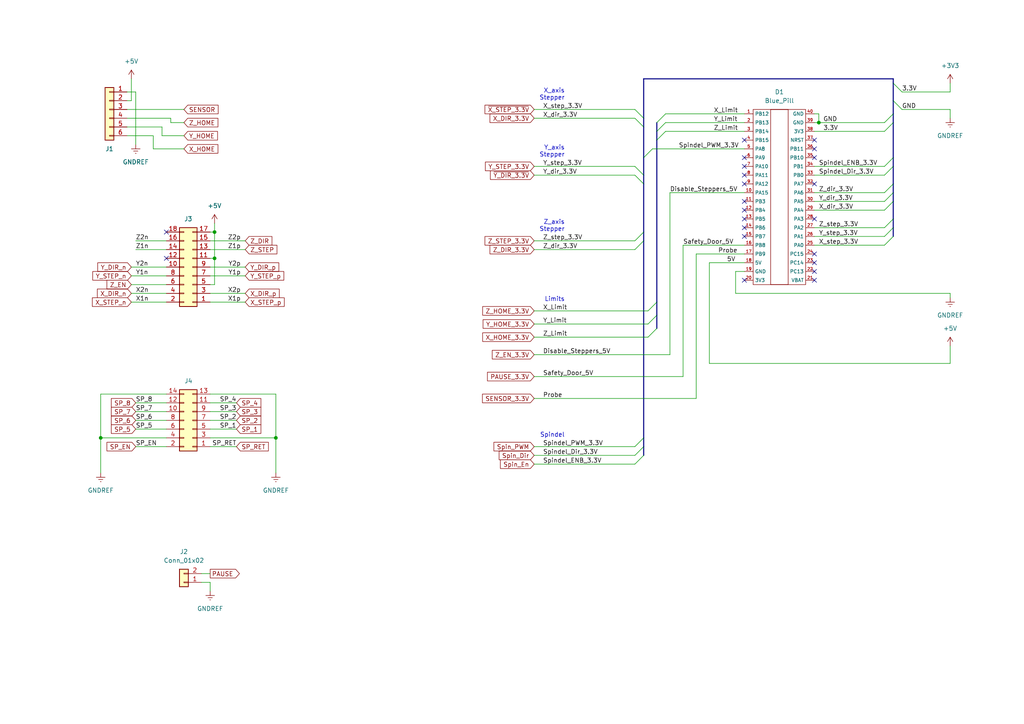
<source format=kicad_sch>
(kicad_sch (version 20211123) (generator eeschema)
  (paper "A4")
  (lib_symbols
    (symbol "Connector_Generic:Conn_01x02" (pin_names (offset 1.016) hide)
      (property "Reference" "J" (at 0 2.54 0))
      (property "Value" "Conn_01x02" (at 0 -5.08 0))
      (symbol "Conn_01x02_1_1"
        (rectangle (start -1.27 -2.413) (end 0 -2.667) (stroke (width 0.1524)))
        (rectangle (start -1.27 0.127) (end 0 -0.127) (stroke (width 0.1524)))
        (rectangle (start -1.27 1.27) (end 1.27 -3.81) (stroke (width 0.254)) (fill (type background)))
        (pin passive line (at -5.08 0 0) (length 3.81) (name "Pin_1") (number "1"))
        (pin passive line (at -5.08 -2.54 0) (length 3.81) (name "Pin_2") (number "2"))
      )
    )
    (symbol "Connector_Generic:Conn_01x06" (pin_names (offset 1.016) hide)
      (property "Reference" "J" (at 0 7.62 0))
      (property "Value" "Conn_01x06" (at 0 -10.16 0))
      (symbol "Conn_01x06_1_1"
        (rectangle (start -1.27 -7.493) (end 0 -7.747) (stroke (width 0.1524)))
        (rectangle (start -1.27 -4.953) (end 0 -5.207) (stroke (width 0.1524)))
        (rectangle (start -1.27 -2.413) (end 0 -2.667) (stroke (width 0.1524)))
        (rectangle (start -1.27 0.127) (end 0 -0.127) (stroke (width 0.1524)))
        (rectangle (start -1.27 2.667) (end 0 2.413) (stroke (width 0.1524)))
        (rectangle (start -1.27 5.207) (end 0 4.953) (stroke (width 0.1524)))
        (rectangle (start -1.27 6.35) (end 1.27 -8.89) (stroke (width 0.254)) (fill (type background)))
        (pin passive line (at -5.08 5.08 0) (length 3.81) (name "Pin_1") (number "1"))
        (pin passive line (at -5.08 2.54 0) (length 3.81) (name "Pin_2") (number "2"))
        (pin passive line (at -5.08 0 0) (length 3.81) (name "Pin_3") (number "3"))
        (pin passive line (at -5.08 -2.54 0) (length 3.81) (name "Pin_4") (number "4"))
        (pin passive line (at -5.08 -5.08 0) (length 3.81) (name "Pin_5") (number "5"))
        (pin passive line (at -5.08 -7.62 0) (length 3.81) (name "Pin_6") (number "6"))
      )
    )
    (symbol "Connector_Generic:Conn_02x07_Odd_Even" (pin_names (offset 1.016) hide)
      (property "Reference" "J" (at 1.27 10.16 0))
      (property "Value" "Conn_02x07_Odd_Even" (at 1.27 -10.16 0))
      (symbol "Conn_02x07_Odd_Even_1_1"
        (rectangle (start -1.27 -7.493) (end 0 -7.747) (stroke (width 0.1524)))
        (rectangle (start -1.27 -4.953) (end 0 -5.207) (stroke (width 0.1524)))
        (rectangle (start -1.27 -2.413) (end 0 -2.667) (stroke (width 0.1524)))
        (rectangle (start -1.27 0.127) (end 0 -0.127) (stroke (width 0.1524)))
        (rectangle (start -1.27 2.667) (end 0 2.413) (stroke (width 0.1524)))
        (rectangle (start -1.27 5.207) (end 0 4.953) (stroke (width 0.1524)))
        (rectangle (start -1.27 7.747) (end 0 7.493) (stroke (width 0.1524)))
        (rectangle (start -1.27 8.89) (end 3.81 -8.89) (stroke (width 0.254)) (fill (type background)))
        (rectangle (start 3.81 -7.493) (end 2.54 -7.747) (stroke (width 0.1524)))
        (rectangle (start 3.81 -4.953) (end 2.54 -5.207) (stroke (width 0.1524)))
        (rectangle (start 3.81 -2.413) (end 2.54 -2.667) (stroke (width 0.1524)))
        (rectangle (start 3.81 0.127) (end 2.54 -0.127) (stroke (width 0.1524)))
        (rectangle (start 3.81 2.667) (end 2.54 2.413) (stroke (width 0.1524)))
        (rectangle (start 3.81 5.207) (end 2.54 4.953) (stroke (width 0.1524)))
        (rectangle (start 3.81 7.747) (end 2.54 7.493) (stroke (width 0.1524)))
        (pin passive line (at -5.08 7.62 0) (length 3.81) (name "Pin_1") (number "1"))
        (pin passive line (at 7.62 -2.54 180) (length 3.81) (name "Pin_10") (number "10"))
        (pin passive line (at -5.08 -5.08 0) (length 3.81) (name "Pin_11") (number "11"))
        (pin passive line (at 7.62 -5.08 180) (length 3.81) (name "Pin_12") (number "12"))
        (pin passive line (at -5.08 -7.62 0) (length 3.81) (name "Pin_13") (number "13"))
        (pin passive line (at 7.62 -7.62 180) (length 3.81) (name "Pin_14") (number "14"))
        (pin passive line (at 7.62 7.62 180) (length 3.81) (name "Pin_2") (number "2"))
        (pin passive line (at -5.08 5.08 0) (length 3.81) (name "Pin_3") (number "3"))
        (pin passive line (at 7.62 5.08 180) (length 3.81) (name "Pin_4") (number "4"))
        (pin passive line (at -5.08 2.54 0) (length 3.81) (name "Pin_5") (number "5"))
        (pin passive line (at 7.62 2.54 180) (length 3.81) (name "Pin_6") (number "6"))
        (pin passive line (at -5.08 0 0) (length 3.81) (name "Pin_7") (number "7"))
        (pin passive line (at 7.62 0 180) (length 3.81) (name "Pin_8") (number "8"))
        (pin passive line (at -5.08 -2.54 0) (length 3.81) (name "Pin_9") (number "9"))
      )
    )
    (symbol "Connector_Generic:Conn_02x09_Odd_Even" (pin_names (offset 1.016) hide)
      (property "Reference" "J" (at 1.27 12.7 0))
      (property "Value" "Conn_02x09_Odd_Even" (at 1.27 -12.7 0))
      (symbol "Conn_02x09_Odd_Even_1_1"
        (rectangle (start -1.27 -10.033) (end 0 -10.287) (stroke (width 0.1524)))
        (rectangle (start -1.27 -7.493) (end 0 -7.747) (stroke (width 0.1524)))
        (rectangle (start -1.27 -4.953) (end 0 -5.207) (stroke (width 0.1524)))
        (rectangle (start -1.27 -2.413) (end 0 -2.667) (stroke (width 0.1524)))
        (rectangle (start -1.27 0.127) (end 0 -0.127) (stroke (width 0.1524)))
        (rectangle (start -1.27 2.667) (end 0 2.413) (stroke (width 0.1524)))
        (rectangle (start -1.27 5.207) (end 0 4.953) (stroke (width 0.1524)))
        (rectangle (start -1.27 7.747) (end 0 7.493) (stroke (width 0.1524)))
        (rectangle (start -1.27 10.287) (end 0 10.033) (stroke (width 0.1524)))
        (rectangle (start -1.27 11.43) (end 3.81 -11.43) (stroke (width 0.254)) (fill (type background)))
        (rectangle (start 3.81 -10.033) (end 2.54 -10.287) (stroke (width 0.1524)))
        (rectangle (start 3.81 -7.493) (end 2.54 -7.747) (stroke (width 0.1524)))
        (rectangle (start 3.81 -4.953) (end 2.54 -5.207) (stroke (width 0.1524)))
        (rectangle (start 3.81 -2.413) (end 2.54 -2.667) (stroke (width 0.1524)))
        (rectangle (start 3.81 0.127) (end 2.54 -0.127) (stroke (width 0.1524)))
        (rectangle (start 3.81 2.667) (end 2.54 2.413) (stroke (width 0.1524)))
        (rectangle (start 3.81 5.207) (end 2.54 4.953) (stroke (width 0.1524)))
        (rectangle (start 3.81 7.747) (end 2.54 7.493) (stroke (width 0.1524)))
        (rectangle (start 3.81 10.287) (end 2.54 10.033) (stroke (width 0.1524)))
        (pin passive line (at -5.08 10.16 0) (length 3.81) (name "Pin_1") (number "1"))
        (pin passive line (at 7.62 0 180) (length 3.81) (name "Pin_10") (number "10"))
        (pin passive line (at -5.08 -2.54 0) (length 3.81) (name "Pin_11") (number "11"))
        (pin passive line (at 7.62 -2.54 180) (length 3.81) (name "Pin_12") (number "12"))
        (pin passive line (at -5.08 -5.08 0) (length 3.81) (name "Pin_13") (number "13"))
        (pin passive line (at 7.62 -5.08 180) (length 3.81) (name "Pin_14") (number "14"))
        (pin passive line (at -5.08 -7.62 0) (length 3.81) (name "Pin_15") (number "15"))
        (pin passive line (at 7.62 -7.62 180) (length 3.81) (name "Pin_16") (number "16"))
        (pin passive line (at -5.08 -10.16 0) (length 3.81) (name "Pin_17") (number "17"))
        (pin passive line (at 7.62 -10.16 180) (length 3.81) (name "Pin_18") (number "18"))
        (pin passive line (at 7.62 10.16 180) (length 3.81) (name "Pin_2") (number "2"))
        (pin passive line (at -5.08 7.62 0) (length 3.81) (name "Pin_3") (number "3"))
        (pin passive line (at 7.62 7.62 180) (length 3.81) (name "Pin_4") (number "4"))
        (pin passive line (at -5.08 5.08 0) (length 3.81) (name "Pin_5") (number "5"))
        (pin passive line (at 7.62 5.08 180) (length 3.81) (name "Pin_6") (number "6"))
        (pin passive line (at -5.08 2.54 0) (length 3.81) (name "Pin_7") (number "7"))
        (pin passive line (at 7.62 2.54 180) (length 3.81) (name "Pin_8") (number "8"))
        (pin passive line (at -5.08 0 0) (length 3.81) (name "Pin_9") (number "9"))
      )
    )
    (symbol "EP2006:Blue_Pill"
      (property "Reference" "D1" (at 0 24.13 0))
      (property "Value" "Blue_Pill" (at 0 21.59 0))
      (symbol "Blue_Pill_0_1"
        (rectangle (start -7.62 19.05) (end 7.62 -31.75))
        (rectangle (start -2.54 19.05) (end 2.54 -31.75))
      )
      (symbol "Blue_Pill_1_1"
        (pin bidirectional line (at -10.16 17.78 0) (length 2.54) (name "PB12") (number "1"))
        (pin bidirectional line (at -10.16 -5.08 0) (length 2.54) (name "PA15") (number "10"))
        (pin bidirectional line (at -10.16 -7.62 0) (length 2.54) (name "PB3") (number "11"))
        (pin bidirectional line (at -10.16 -10.16 0) (length 2.54) (name "PB4") (number "12"))
        (pin bidirectional line (at -10.16 -12.7 0) (length 2.54) (name "PB5") (number "13"))
        (pin bidirectional line (at -10.16 -15.24 0) (length 2.54) (name "PB6") (number "14"))
        (pin bidirectional line (at -10.16 -17.78 0) (length 2.54) (name "PB7") (number "15"))
        (pin bidirectional line (at -10.16 -20.32 0) (length 2.54) (name "PB8") (number "16"))
        (pin bidirectional line (at -10.16 -22.86 0) (length 2.54) (name "PB9") (number "17"))
        (pin power_out line (at -10.16 -25.4 0) (length 2.54) (name "5V") (number "18"))
        (pin power_out line (at -10.16 -27.94 0) (length 2.54) (name "GND") (number "19"))
        (pin bidirectional line (at -10.16 15.24 0) (length 2.54) (name "PB13") (number "2"))
        (pin passive line (at -10.16 -30.48 0) (length 2.54) (name "3V3") (number "20"))
        (pin power_in line (at 10.16 -30.48 180) (length 2.54) (name "VBAT") (number "21"))
        (pin bidirectional line (at 10.16 -27.94 180) (length 2.54) (name "PC13") (number "22"))
        (pin bidirectional line (at 10.16 -25.4 180) (length 2.54) (name "PC14") (number "23"))
        (pin bidirectional line (at 10.16 -22.86 180) (length 2.54) (name "PC15") (number "24"))
        (pin bidirectional line (at 10.16 -20.32 180) (length 2.54) (name "PA0") (number "25"))
        (pin bidirectional line (at 10.16 -17.78 180) (length 2.54) (name "PA1") (number "26"))
        (pin bidirectional line (at 10.16 -15.24 180) (length 2.54) (name "PA2") (number "27"))
        (pin bidirectional line (at 10.16 -12.7 180) (length 2.54) (name "PA3") (number "28"))
        (pin bidirectional line (at 10.16 -10.16 180) (length 2.54) (name "PA4") (number "29"))
        (pin bidirectional line (at -10.16 12.7 0) (length 2.54) (name "PB14") (number "3"))
        (pin bidirectional line (at 10.16 -7.62 180) (length 2.54) (name "PA5") (number "30"))
        (pin bidirectional line (at 10.16 -5.08 180) (length 2.54) (name "PA6") (number "31"))
        (pin bidirectional line (at 10.16 -2.54 180) (length 2.54) (name "PA7") (number "32"))
        (pin bidirectional line (at 10.16 0 180) (length 2.54) (name "PB0") (number "33"))
        (pin bidirectional line (at 10.16 2.54 180) (length 2.54) (name "PB1") (number "34"))
        (pin bidirectional line (at 10.16 5.08 180) (length 2.54) (name "PB10") (number "35"))
        (pin bidirectional line (at 10.16 7.62 180) (length 2.54) (name "PB11") (number "36"))
        (pin input line (at 10.16 10.16 180) (length 2.54) (name "NRST") (number "37"))
        (pin power_out line (at 10.16 12.7 180) (length 2.54) (name "3V3") (number "38"))
        (pin passive line (at 10.16 15.24 180) (length 2.54) (name "GND") (number "39"))
        (pin bidirectional line (at -10.16 10.16 0) (length 2.54) (name "PB15") (number "4"))
        (pin passive line (at 10.16 17.78 180) (length 2.54) (name "GND") (number "40"))
        (pin bidirectional line (at -10.16 7.62 0) (length 2.54) (name "PA8") (number "5"))
        (pin bidirectional line (at -10.16 5.08 0) (length 2.54) (name "PA9") (number "6"))
        (pin bidirectional line (at -10.16 2.54 0) (length 2.54) (name "PA10") (number "7"))
        (pin bidirectional line (at -10.16 0 0) (length 2.54) (name "PA11") (number "8"))
        (pin bidirectional line (at -10.16 -2.54 0) (length 2.54) (name "PA12") (number "9"))
      )
    )
    (symbol "power:+3.3V" (power) (pin_names (offset 0))
      (property "Value" "+3.3V" (at 0 3.556 0))
      (symbol "+3.3V_0_1"
        (polyline (pts (xy -0.762 1.27) (xy 0 2.54)))
        (polyline (pts (xy 0 0) (xy 0 2.54)))
        (polyline (pts (xy 0 2.54) (xy 0.762 1.27)))
      )
      (symbol "+3.3V_1_1"
        (pin power_in line (at 0 0 90) (length 0) hide (name "+3V3") (number "1"))
      )
    )
    (symbol "power:+5V" (power) (pin_names (offset 0))
      (property "Value" "+5V" (at 0 3.556 0))
      (symbol "+5V_0_1"
        (polyline (pts (xy -0.762 1.27) (xy 0 2.54)))
        (polyline (pts (xy 0 0) (xy 0 2.54)))
        (polyline (pts (xy 0 2.54) (xy 0.762 1.27)))
      )
      (symbol "+5V_1_1"
        (pin power_in line (at 0 0 90) (length 0) hide (name "+5V") (number "1"))
      )
    )
    (symbol "power:GNDREF" (power) (pin_names (offset 0))
      (property "Value" "GNDREF" (at 0 -3.81 0))
      (symbol "GNDREF_0_1"
        (polyline (pts (xy -0.635 -1.905) (xy 0.635 -1.905)))
        (polyline (pts (xy -0.127 -2.54) (xy 0.127 -2.54)))
        (polyline (pts (xy 0 -1.27) (xy 0 0)))
        (polyline (pts (xy 1.27 -1.27) (xy -1.27 -1.27)))
      )
      (symbol "GNDREF_1_1"
        (pin power_in line (at 0 0 270) (length 0) hide (name "GNDREF") (number "1"))
      )
    )
  )
  (junction (at 62.23 67.31))
  (junction (at 237.49 35.56))
  (junction (at 80.01 127))
  (junction (at 62.23 74.93))
  (junction (at 29.21 127))
  (no_connect (at 215.9 58.42))
  (no_connect (at 215.9 60.96))
  (no_connect (at 215.9 63.5))
  (no_connect (at 215.9 66.04))
  (no_connect (at 215.9 68.58))
  (no_connect (at 236.22 63.5))
  (no_connect (at 236.22 53.34))
  (no_connect (at 215.9 81.28))
  (no_connect (at 236.22 81.28))
  (no_connect (at 236.22 78.74))
  (no_connect (at 236.22 76.2))
  (no_connect (at 236.22 73.66))
  (no_connect (at 215.9 40.64))
  (no_connect (at 215.9 45.72))
  (no_connect (at 215.9 48.26))
  (no_connect (at 215.9 50.8))
  (no_connect (at 215.9 53.34))
  (no_connect (at 236.22 43.18))
  (no_connect (at 236.22 40.64))
  (no_connect (at 236.22 45.72))
  (no_connect (at 48.26 67.31))
  (no_connect (at 48.26 74.93))
  (bus_entry (at 187.96 97.79) (size 2.54 -2.54))
  (bus_entry (at 187.96 93.98) (size 2.54 -2.54))
  (bus_entry (at 187.96 90.17) (size 2.54 -2.54))
  (bus_entry (at 190.5 35.56) (size 2.54 -2.54))
  (bus_entry (at 190.5 38.1) (size 2.54 -2.54))
  (bus_entry (at 190.5 40.64) (size 2.54 -2.54))
  (bus_entry (at 184.15 69.85) (size 2.54 -2.54))
  (bus_entry (at 184.15 48.26) (size 2.54 2.54))
  (bus_entry (at 259.08 29.21) (size 2.54 2.54))
  (bus_entry (at 184.15 72.39) (size 2.54 -2.54))
  (bus_entry (at 256.54 50.8) (size 2.54 -2.54))
  (bus_entry (at 256.54 48.26) (size 2.54 -2.54))
  (bus_entry (at 184.15 50.8) (size 2.54 2.54))
  (bus_entry (at 256.54 66.04) (size 2.54 -2.54))
  (bus_entry (at 256.54 68.58) (size 2.54 -2.54))
  (bus_entry (at 256.54 60.96) (size 2.54 -2.54))
  (bus_entry (at 256.54 58.42) (size 2.54 -2.54))
  (bus_entry (at 256.54 55.88) (size 2.54 -2.54))
  (bus_entry (at 256.54 71.12) (size 2.54 -2.54))
  (bus_entry (at 184.15 34.29) (size 2.54 2.54))
  (bus_entry (at 184.15 31.75) (size 2.54 2.54))
  (bus_entry (at 259.08 24.13) (size 2.54 2.54))
  (bus_entry (at 186.69 45.72) (size 2.54 -2.54))
  (bus_entry (at 256.54 35.56) (size 2.54 -2.54))
  (bus_entry (at 256.54 38.1) (size 2.54 -2.54))
  (bus_entry (at 184.15 134.62) (size 2.54 -2.54))
  (bus_entry (at 184.15 132.08) (size 2.54 -2.54))
  (bus_entry (at 184.15 129.54) (size 2.54 -2.54))
  (wire (pts (xy 236.22 38.1) (xy 256.54 38.1)))
  (bus (pts (xy 186.69 36.83) (xy 186.69 45.72)))
  (wire (pts (xy 39.37 119.38) (xy 48.26 119.38)))
  (wire (pts (xy 38.1 77.47) (xy 48.26 77.47)))
  (bus (pts (xy 259.08 66.04) (xy 259.08 68.58)))
  (wire (pts (xy 189.23 43.18) (xy 215.9 43.18)))
  (wire (pts (xy 193.04 35.56) (xy 215.9 35.56)))
  (bus (pts (xy 190.5 87.63) (xy 190.5 91.44)))
  (wire (pts (xy 62.23 82.55) (xy 62.23 74.93)))
  (wire (pts (xy 36.83 29.21) (xy 38.1 29.21)))
  (wire (pts (xy 193.04 38.1) (xy 215.9 38.1)))
  (wire (pts (xy 154.94 48.26) (xy 184.15 48.26)))
  (wire (pts (xy 275.59 24.13) (xy 275.59 26.67)))
  (wire (pts (xy 62.23 74.93) (xy 60.96 74.93)))
  (wire (pts (xy 60.96 69.85) (xy 71.12 69.85)))
  (wire (pts (xy 68.58 119.38) (xy 60.96 119.38)))
  (wire (pts (xy 60.96 127) (xy 80.01 127)))
  (wire (pts (xy 44.45 43.18) (xy 53.34 43.18)))
  (wire (pts (xy 154.94 72.39) (xy 184.15 72.39)))
  (bus (pts (xy 186.69 45.72) (xy 186.69 50.8)))
  (wire (pts (xy 29.21 114.3) (xy 29.21 127)))
  (wire (pts (xy 46.99 36.83) (xy 36.83 36.83)))
  (wire (pts (xy 48.26 127) (xy 29.21 127)))
  (wire (pts (xy 36.83 34.29) (xy 49.53 34.29)))
  (wire (pts (xy 48.26 114.3) (xy 29.21 114.3)))
  (wire (pts (xy 261.62 26.67) (xy 275.59 26.67)))
  (wire (pts (xy 58.42 168.91) (xy 60.96 168.91)))
  (wire (pts (xy 38.1 82.55) (xy 48.26 82.55)))
  (wire (pts (xy 201.93 73.66) (xy 201.93 115.57)))
  (bus (pts (xy 190.5 91.44) (xy 190.5 95.25)))
  (wire (pts (xy 60.96 77.47) (xy 71.12 77.47)))
  (wire (pts (xy 68.58 121.92) (xy 60.96 121.92)))
  (wire (pts (xy 39.37 124.46) (xy 48.26 124.46)))
  (wire (pts (xy 39.37 26.67) (xy 39.37 41.91)))
  (wire (pts (xy 213.36 78.74) (xy 213.36 85.09)))
  (wire (pts (xy 60.96 82.55) (xy 62.23 82.55)))
  (bus (pts (xy 190.5 40.64) (xy 190.5 87.63)))
  (bus (pts (xy 186.69 127) (xy 186.69 129.54)))
  (wire (pts (xy 38.1 80.01) (xy 48.26 80.01)))
  (wire (pts (xy 154.94 90.17) (xy 187.96 90.17)))
  (bus (pts (xy 259.08 58.42) (xy 259.08 63.5)))
  (wire (pts (xy 236.22 50.8) (xy 256.54 50.8)))
  (wire (pts (xy 38.1 85.09) (xy 48.26 85.09)))
  (wire (pts (xy 154.94 132.08) (xy 184.15 132.08)))
  (bus (pts (xy 259.08 45.72) (xy 259.08 48.26)))
  (wire (pts (xy 154.94 50.8) (xy 184.15 50.8)))
  (wire (pts (xy 60.96 168.91) (xy 60.96 171.45)))
  (bus (pts (xy 186.69 53.34) (xy 186.69 67.31)))
  (bus (pts (xy 186.69 67.31) (xy 186.69 69.85)))
  (wire (pts (xy 62.23 64.77) (xy 62.23 67.31)))
  (wire (pts (xy 68.58 129.54) (xy 60.96 129.54)))
  (wire (pts (xy 154.94 134.62) (xy 184.15 134.62)))
  (wire (pts (xy 198.12 71.12) (xy 198.12 109.22)))
  (bus (pts (xy 186.69 34.29) (xy 186.69 36.83)))
  (wire (pts (xy 205.74 105.41) (xy 275.59 105.41)))
  (wire (pts (xy 46.99 39.37) (xy 46.99 36.83)))
  (wire (pts (xy 213.36 85.09) (xy 275.59 85.09)))
  (wire (pts (xy 36.83 26.67) (xy 39.37 26.67)))
  (bus (pts (xy 259.08 33.02) (xy 259.08 35.56)))
  (bus (pts (xy 259.08 63.5) (xy 259.08 66.04)))
  (wire (pts (xy 275.59 31.75) (xy 275.59 34.29)))
  (wire (pts (xy 236.22 71.12) (xy 256.54 71.12)))
  (wire (pts (xy 80.01 127) (xy 80.01 137.16)))
  (bus (pts (xy 259.08 24.13) (xy 259.08 29.21)))
  (wire (pts (xy 49.53 35.56) (xy 53.34 35.56)))
  (bus (pts (xy 190.5 38.1) (xy 190.5 40.64)))
  (wire (pts (xy 60.96 72.39) (xy 71.12 72.39)))
  (wire (pts (xy 236.22 68.58) (xy 256.54 68.58)))
  (wire (pts (xy 236.22 55.88) (xy 256.54 55.88)))
  (wire (pts (xy 154.94 34.29) (xy 184.15 34.29)))
  (bus (pts (xy 186.69 69.85) (xy 186.69 127)))
  (bus (pts (xy 186.69 22.86) (xy 186.69 34.29)))
  (wire (pts (xy 236.22 58.42) (xy 256.54 58.42)))
  (wire (pts (xy 38.1 22.86) (xy 38.1 29.21)))
  (wire (pts (xy 215.9 55.88) (xy 194.31 55.88)))
  (wire (pts (xy 68.58 116.84) (xy 60.96 116.84)))
  (wire (pts (xy 60.96 114.3) (xy 80.01 114.3)))
  (wire (pts (xy 62.23 67.31) (xy 62.23 74.93)))
  (wire (pts (xy 29.21 127) (xy 29.21 137.16)))
  (wire (pts (xy 60.96 80.01) (xy 71.12 80.01)))
  (wire (pts (xy 68.58 124.46) (xy 60.96 124.46)))
  (wire (pts (xy 261.62 31.75) (xy 275.59 31.75)))
  (wire (pts (xy 236.22 48.26) (xy 256.54 48.26)))
  (wire (pts (xy 236.22 66.04) (xy 256.54 66.04)))
  (wire (pts (xy 39.37 69.85) (xy 48.26 69.85)))
  (wire (pts (xy 154.94 115.57) (xy 201.93 115.57)))
  (wire (pts (xy 194.31 55.88) (xy 194.31 102.87)))
  (wire (pts (xy 38.1 87.63) (xy 48.26 87.63)))
  (wire (pts (xy 193.04 33.02) (xy 215.9 33.02)))
  (bus (pts (xy 186.69 22.86) (xy 259.08 22.86)))
  (wire (pts (xy 154.94 129.54) (xy 184.15 129.54)))
  (wire (pts (xy 39.37 129.54) (xy 48.26 129.54)))
  (wire (pts (xy 154.94 93.98) (xy 187.96 93.98)))
  (wire (pts (xy 213.36 78.74) (xy 215.9 78.74)))
  (wire (pts (xy 215.9 73.66) (xy 201.93 73.66)))
  (wire (pts (xy 205.74 76.2) (xy 205.74 105.41)))
  (wire (pts (xy 205.74 76.2) (xy 215.9 76.2)))
  (wire (pts (xy 236.22 35.56) (xy 237.49 35.56)))
  (bus (pts (xy 259.08 22.86) (xy 259.08 24.13)))
  (wire (pts (xy 154.94 97.79) (xy 187.96 97.79)))
  (wire (pts (xy 36.83 39.37) (xy 44.45 39.37)))
  (wire (pts (xy 236.22 33.02) (xy 237.49 33.02)))
  (wire (pts (xy 154.94 109.22) (xy 198.12 109.22)))
  (wire (pts (xy 60.96 87.63) (xy 71.12 87.63)))
  (wire (pts (xy 49.53 34.29) (xy 49.53 35.56)))
  (bus (pts (xy 259.08 48.26) (xy 259.08 53.34)))
  (bus (pts (xy 186.69 129.54) (xy 186.69 132.08)))
  (wire (pts (xy 237.49 35.56) (xy 256.54 35.56)))
  (bus (pts (xy 186.69 50.8) (xy 186.69 53.34)))
  (wire (pts (xy 44.45 39.37) (xy 44.45 43.18)))
  (wire (pts (xy 39.37 72.39) (xy 48.26 72.39)))
  (wire (pts (xy 275.59 100.33) (xy 275.59 105.41)))
  (wire (pts (xy 236.22 60.96) (xy 256.54 60.96)))
  (wire (pts (xy 58.42 166.37) (xy 60.96 166.37)))
  (wire (pts (xy 215.9 71.12) (xy 198.12 71.12)))
  (wire (pts (xy 39.37 116.84) (xy 48.26 116.84)))
  (wire (pts (xy 275.59 85.09) (xy 275.59 86.36)))
  (bus (pts (xy 259.08 53.34) (xy 259.08 55.88)))
  (bus (pts (xy 259.08 35.56) (xy 259.08 45.72)))
  (wire (pts (xy 154.94 69.85) (xy 184.15 69.85)))
  (bus (pts (xy 259.08 55.88) (xy 259.08 58.42)))
  (bus (pts (xy 190.5 35.56) (xy 190.5 38.1)))
  (wire (pts (xy 60.96 67.31) (xy 62.23 67.31)))
  (wire (pts (xy 53.34 39.37) (xy 46.99 39.37)))
  (bus (pts (xy 259.08 29.21) (xy 259.08 33.02)))
  (wire (pts (xy 80.01 114.3) (xy 80.01 127)))
  (wire (pts (xy 36.83 31.75) (xy 53.34 31.75)))
  (wire (pts (xy 154.94 31.75) (xy 184.15 31.75)))
  (wire (pts (xy 39.37 121.92) (xy 48.26 121.92)))
  (wire (pts (xy 237.49 33.02) (xy 237.49 35.56)))
  (wire (pts (xy 154.94 102.87) (xy 194.31 102.87)))
  (wire (pts (xy 60.96 85.09) (xy 71.12 85.09)))
  (text "Spindel" (at 163.83 127 180) (effects (font (size 1.27 1.27)) (justify right bottom)))
  (text "Z_axis\nStepper" (at 163.83 67.31 180) (effects (font (size 1.27 1.27)) (justify right bottom)))
  (text "Y_axis\nStepper" (at 163.83 45.72 180) (effects (font (size 1.27 1.27)) (justify right bottom)))
  (text "X_axis\nStepper" (at 163.83 29.21 180) (effects (font (size 1.27 1.27)) (justify right bottom)))
  (text "Limits" (at 163.83 87.63 180) (effects (font (size 1.27 1.27)) (justify right bottom)))
  (label "Z1p" (at 69.85 72.39 180))
  (label "SP_1" (at 68.58 124.46 180))
  (label "Y_Limit" (at 207.01 35.56 0))
  (label "Spindel_PWM_3.3V" (at 196.85 43.18 0))
  (label "Z_step_3.3V" (at 157.48 69.85 0))
  (label "X2n" (at 39.37 85.09 0))
  (label "Z_Limit" (at 207.01 38.1 0))
  (label "Y2p" (at 69.85 77.47 180))
  (label "Y_dir_3.3V" (at 237.49 58.42 0))
  (label "3.3V" (at 261.62 26.67 0))
  (label "Spindel_Dir_3.3V" (at 237.49 50.8 0))
  (label "Safety_Door_5V" (at 157.48 109.22 0))
  (label "SP_2" (at 68.58 121.92 180))
  (label "Safety_Door_5V" (at 198.12 71.12 0))
  (label "X_step_3.3V" (at 237.49 71.12 0))
  (label "Spindel_Dir_3.3V" (at 157.48 132.08 0))
  (label "X_step_3.3V" (at 157.48 31.75 0))
  (label "X_dir_3.3V" (at 157.48 34.29 0))
  (label "Disable_Steppers_5V" (at 194.31 55.88 0))
  (label "Disable_Steppers_5V" (at 157.48 102.87 0))
  (label "SP_8" (at 39.37 116.84 0))
  (label "GND" (at 261.62 31.75 0))
  (label "X1p" (at 69.85 87.63 180))
  (label "3.3V" (at 238.76 38.1 0))
  (label "SP_4" (at 68.58 116.84 180))
  (label "X_Limit" (at 157.48 90.17 0))
  (label "Spindel_ENB_3.3V" (at 237.49 48.26 0))
  (label "Z1n" (at 39.37 72.39 0))
  (label "Z_Limit" (at 157.48 97.79 0))
  (label "X1n" (at 39.37 87.63 0))
  (label "SP_6" (at 39.37 121.92 0))
  (label "X_dir_3.3V" (at 237.49 60.96 0))
  (label "GND" (at 238.76 35.56 0))
  (label "Z2p" (at 69.85 69.85 180))
  (label "Spindel_ENB_3.3V" (at 157.48 134.62 0))
  (label "Y_Limit" (at 157.48 93.98 0))
  (label "Z_dir_3.3V" (at 237.49 55.88 0))
  (label "5V" (at 210.82 76.2 0))
  (label "SP_7" (at 39.37 119.38 0))
  (label "Spindel_PWM_3.3V" (at 157.48 129.54 0))
  (label "Z_step_3.3V" (at 237.49 66.04 0))
  (label "X2p" (at 69.85 85.09 180))
  (label "SP_5" (at 39.37 124.46 0))
  (label "SP_EN" (at 39.37 129.54 0))
  (label "Y_step_3.3V" (at 237.49 68.58 0))
  (label "Y_dir_3.3V" (at 157.48 50.8 0))
  (label "Z_dir_3.3V" (at 157.48 72.39 0))
  (label "SP_RET" (at 68.58 129.54 180))
  (label "Z2n" (at 39.37 69.85 0))
  (label "Probe" (at 157.48 115.57 0))
  (label "X_Limit" (at 207.01 33.02 0))
  (label "Y1n" (at 39.37 80.01 0))
  (label "Y1p" (at 69.85 80.01 180))
  (label "Y2n" (at 39.37 77.47 0))
  (label "Y_step_3.3V" (at 157.48 48.26 0))
  (label "Probe" (at 208.28 73.66 0))
  (label "SP_3" (at 68.58 119.38 180))
  (global_label "Z_HOME_3.3V" (shape input) (at 154.94 90.17 180) (property "Intersheet References" "${INTERSHEET_REFS}" (effects hide)))
  (global_label "SP_2" (shape input) (at 68.58 121.92 0) (property "Intersheet References" "${INTERSHEET_REFS}" (effects hide)))
  (global_label "SP_RET" (shape input) (at 68.58 129.54 0) (property "Intersheet References" "${INTERSHEET_REFS}" (effects hide)))
  (global_label "SENSOR_3.3V" (shape input) (at 154.94 115.57 180) (property "Intersheet References" "${INTERSHEET_REFS}" (effects hide)))
  (global_label "Z_EN" (shape input) (at 38.1 82.55 180) (property "Intersheet References" "${INTERSHEET_REFS}" (effects hide)))
  (global_label "SP_8" (shape input) (at 39.37 116.84 180) (property "Intersheet References" "${INTERSHEET_REFS}" (effects hide)))
  (global_label "PAUSE_3.3V" (shape input) (at 154.94 109.22 180) (property "Intersheet References" "${INTERSHEET_REFS}" (effects hide)))
  (global_label "Z_DIR" (shape input) (at 71.12 69.85 0) (property "Intersheet References" "${INTERSHEET_REFS}" (effects hide)))
  (global_label "X_STEP_p" (shape input) (at 71.12 87.63 0) (property "Intersheet References" "${INTERSHEET_REFS}" (effects hide)))
  (global_label "X_STEP_n" (shape input) (at 38.1 87.63 180) (property "Intersheet References" "${INTERSHEET_REFS}" (effects hide)))
  (global_label "SENSOR" (shape input) (at 53.34 31.75 0) (property "Intersheet References" "${INTERSHEET_REFS}" (effects hide)))
  (global_label "SP_3" (shape input) (at 68.58 119.38 0) (property "Intersheet References" "${INTERSHEET_REFS}" (effects hide)))
  (global_label "~{Y_DIR_3.3V}" (shape input) (at 154.94 50.8 180) (property "Intersheet References" "${INTERSHEET_REFS}" (effects hide)))
  (global_label "Y_STEP_n" (shape input) (at 38.1 80.01 180) (property "Intersheet References" "${INTERSHEET_REFS}" (effects hide)))
  (global_label "X_HOME_3.3V" (shape input) (at 154.94 97.79 180) (property "Intersheet References" "${INTERSHEET_REFS}" (effects hide)))
  (global_label "Y_STEP_p" (shape input) (at 71.12 80.01 0) (property "Intersheet References" "${INTERSHEET_REFS}" (effects hide)))
  (global_label "SP_5" (shape input) (at 39.37 124.46 180) (property "Intersheet References" "${INTERSHEET_REFS}" (effects hide)))
  (global_label "Z_HOME" (shape input) (at 53.34 35.56 0) (property "Intersheet References" "${INTERSHEET_REFS}" (effects hide)))
  (global_label "Z_EN_3.3V" (shape input) (at 154.94 102.87 180) (property "Intersheet References" "${INTERSHEET_REFS}" (effects hide)))
  (global_label "SP_7" (shape input) (at 39.37 119.38 180) (property "Intersheet References" "${INTERSHEET_REFS}" (effects hide)))
  (global_label "PAUSE" (shape output) (at 60.96 166.37 0) (property "Intersheet References" "${INTERSHEET_REFS}" (effects hide)))
  (global_label "SP_6" (shape input) (at 39.37 121.92 180) (property "Intersheet References" "${INTERSHEET_REFS}" (effects hide)))
  (global_label "Z_DIR_3.3V" (shape input) (at 154.94 72.39 180) (property "Intersheet References" "${INTERSHEET_REFS}" (effects hide)))
  (global_label "SP_1" (shape input) (at 68.58 124.46 0) (property "Intersheet References" "${INTERSHEET_REFS}" (effects hide)))
  (global_label "Spin_PWM" (shape input) (at 154.94 129.54 180) (property "Intersheet References" "${INTERSHEET_REFS}" (effects hide)))
  (global_label "Spin_En" (shape input) (at 154.94 134.62 180) (property "Intersheet References" "${INTERSHEET_REFS}" (effects hide)))
  (global_label "X_DIR_n" (shape input) (at 38.1 85.09 180) (property "Intersheet References" "${INTERSHEET_REFS}" (effects hide)))
  (global_label "Y_STEP_3.3V" (shape input) (at 154.94 48.26 180) (property "Intersheet References" "${INTERSHEET_REFS}" (effects hide)))
  (global_label "~{X_STEP_3.3V}" (shape input) (at 154.94 31.75 180) (property "Intersheet References" "${INTERSHEET_REFS}" (effects hide)))
  (global_label "Z_STEP" (shape input) (at 71.12 72.39 0) (property "Intersheet References" "${INTERSHEET_REFS}" (effects hide)))
  (global_label "X_HOME" (shape input) (at 53.34 43.18 0) (property "Intersheet References" "${INTERSHEET_REFS}" (effects hide)))
  (global_label "SP_EN" (shape input) (at 39.37 129.54 180) (property "Intersheet References" "${INTERSHEET_REFS}" (effects hide)))
  (global_label "Y_DIR_n" (shape input) (at 38.1 77.47 180) (property "Intersheet References" "${INTERSHEET_REFS}" (effects hide)))
  (global_label "SP_4" (shape input) (at 68.58 116.84 0) (property "Intersheet References" "${INTERSHEET_REFS}" (effects hide)))
  (global_label "Spin_Dir" (shape input) (at 154.94 132.08 180) (property "Intersheet References" "${INTERSHEET_REFS}" (effects hide)))
  (global_label "Y_DIR_p" (shape input) (at 71.12 77.47 0) (property "Intersheet References" "${INTERSHEET_REFS}" (effects hide)))
  (global_label "X_DIR_p" (shape input) (at 71.12 85.09 0) (property "Intersheet References" "${INTERSHEET_REFS}" (effects hide)))
  (global_label "Y_HOME_3.3V" (shape input) (at 154.94 93.98 180) (property "Intersheet References" "${INTERSHEET_REFS}" (effects hide)))
  (global_label "Y_HOME" (shape input) (at 53.34 39.37 0) (property "Intersheet References" "${INTERSHEET_REFS}" (effects hide)))
  (global_label "Z_STEP_3.3V" (shape input) (at 154.94 69.85 180) (property "Intersheet References" "${INTERSHEET_REFS}" (effects hide)))
  (global_label "X_DIR_3.3V" (shape input) (at 154.94 34.29 180) (property "Intersheet References" "${INTERSHEET_REFS}" (effects hide)))
  (symbol (lib_id "power:GNDREF") (at 39.37 41.91 0) (unit 1)
    (property "Reference" "#PWR04" (effects hide))
    (property "Value" "GNDREF" (at 39.37 46.99 0))
  )
  (symbol (lib_id "Connector_Generic:Conn_02x07_Odd_Even") (at 55.88 121.92 180) (unit 1)
    (property "Reference" "J4" (at 55.88 110.49 0) (effects (justify left)))
    (property "Value" "SPINDEL" (effects hide))
    (property "Footprint" "Connector_PinHeader_2.54mm:PinHeader_2x07_P2.54mm_Vertical" (effects hide))
  )
  (symbol (lib_id "power:GNDREF") (at 29.21 137.16 0) (mirror y) (unit 1)
    (property "Reference" "#PWR01" (effects hide))
    (property "Value" "GNDREF" (at 29.21 142.24 0))
  )
  (symbol (lib_id "power:GNDREF") (at 60.96 171.45 0) (unit 1)
    (property "Reference" "#PWR05" (effects hide))
    (property "Value" "GNDREF" (at 60.96 176.53 0))
  )
  (symbol (lib_id "power:+3.3V") (at 275.59 24.13 0) (unit 1)
    (property "Reference" "#PWR08" (effects hide))
    (property "Value" "+3.3V" (at 275.59 19.05 0))
  )
  (symbol (lib_id "Connector_Generic:Conn_01x02") (at 53.34 168.91 180) (unit 1)
    (property "Reference" "J2" (at 53.34 160.02 0))
    (property "Value" "Conn_01x02" (at 53.34 162.56 0))
    (property "Footprint" "Connector_JST:JST_XH_B2B-XH-A_1x02_P2.50mm_Vertical" (effects hide))
  )
  (symbol (lib_id "power:GNDREF") (at 275.59 86.36 0) (unit 1)
    (property "Reference" "#PWR03" (effects hide))
    (property "Value" "GNDREF" (at 275.59 91.44 0))
  )
  (symbol (lib_id "power:+5V") (at 38.1 22.86 0) (unit 1)
    (property "Reference" "#PWR02" (effects hide))
    (property "Value" "+5V" (at 38.1 17.78 0))
  )
  (symbol (lib_id "power:+5V") (at 62.23 64.77 0) (unit 1)
    (property "Reference" "#PWR06" (effects hide))
    (property "Value" "+5V" (at 62.23 59.69 0))
  )
  (symbol (lib_id "power:GNDREF") (at 80.01 137.16 0) (unit 1)
    (property "Reference" "#PWR07" (effects hide))
    (property "Value" "GNDREF" (at 80.01 142.24 0))
  )
  (symbol (lib_id "Connector_Generic:Conn_01x06") (at 31.75 31.75 0) (mirror y) (unit 1)
    (property "Reference" "J1" (at 31.75 43.18 0))
    (property "Value" "OTHER" (effects hide))
    (property "Footprint" "Connector_JST:JST_XH_B6B-XH-A_1x06_P2.50mm_Vertical" (effects hide))
  )
  (symbol (lib_id "power:+5V") (at 275.59 100.33 0) (unit 1)
    (property "Reference" "#PWR010" (effects hide))
    (property "Value" "+5V" (at 275.59 95.25 0))
  )
  (symbol (lib_id "power:GNDREF") (at 275.59 34.29 0) (unit 1)
    (property "Reference" "#PWR09" (effects hide))
    (property "Value" "GNDREF" (at 275.59 39.37 0))
  )
  (symbol (lib_id "EP2006:Blue_Pill") (at 226.06 50.8 0) (unit 1)
    (property "Reference" "D1" (at 226.06 26.67 0))
    (property "Value" "Blue_Pill" (at 226.06 29.21 0))
    (property "Footprint" "Module:Maple_Mini" (effects hide))
  )
  (symbol (lib_id "Connector_Generic:Conn_02x09_Odd_Even") (at 55.88 77.47 180) (unit 1)
    (property "Reference" "J3" (at 54.61 63.5 0))
    (property "Value" "STEPPERS" (effects hide))
    (property "Footprint" "Connector_PinHeader_2.54mm:PinHeader_2x09_P2.54mm_Vertical" (effects hide))
  )
  (sheet (at -82.55 0) (size 67.31 41.91) (stroke (width 0.1524))
    (property "Sheet name" "HOME optocouplers" (at -82.55 -0.7116 0) (effects (justify left bottom)))
    (property "Sheet file" "home_optocouplers.kicad_sch" (at -82.55 42.4946 0) (effects (justify left top)))
  )
  (sheet (at -46.99 49.53) (size 31.75 41.91) (stroke (width 0.1524))
    (property "Sheet name" "Steppers" (at -46.99 48.8184 0) (effects (justify left bottom)))
    (property "Sheet file" "steppers.kicad_sch" (at -46.99 92.0246 0) (effects (justify left top)))
  )
  (sheet (at -82.55 49.53) (size 33.02 41.91) (stroke (width 0.1524))
    (property "Sheet name" "Spindel" (at -82.55 48.8184 0) (effects (justify left bottom)))
    (property "Sheet file" "spindel.kicad_sch" (at -82.55 92.0246 0) (effects (justify left top)))
  )
)
</source>
